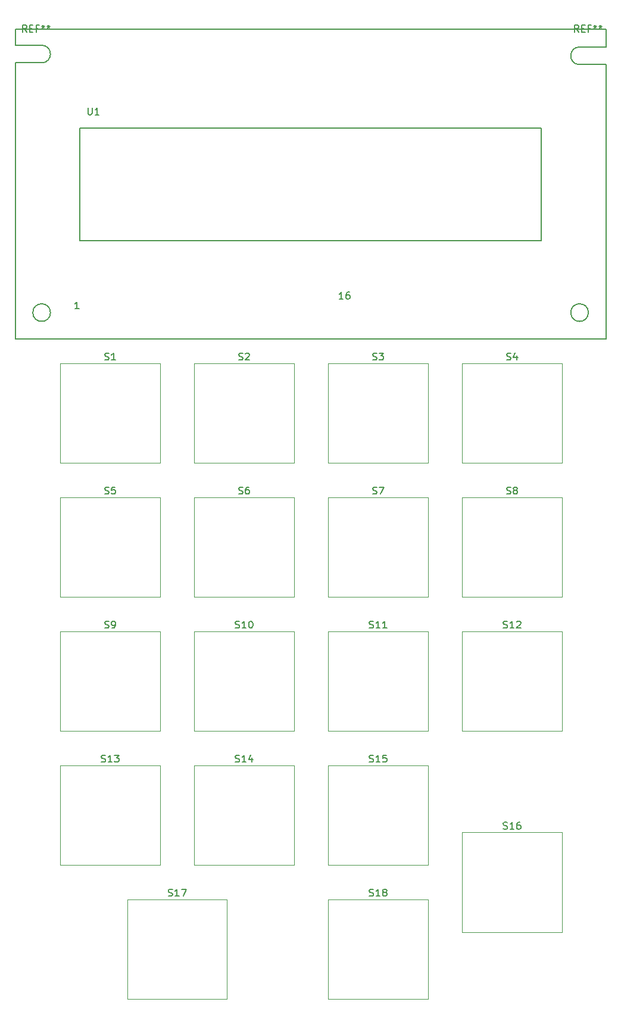
<source format=gbr>
%TF.GenerationSoftware,KiCad,Pcbnew,9.0.2*%
%TF.CreationDate,2025-05-15T02:22:54+10:00*%
%TF.ProjectId,Calculator,43616c63-756c-4617-946f-722e6b696361,rev?*%
%TF.SameCoordinates,Original*%
%TF.FileFunction,Legend,Top*%
%TF.FilePolarity,Positive*%
%FSLAX46Y46*%
G04 Gerber Fmt 4.6, Leading zero omitted, Abs format (unit mm)*
G04 Created by KiCad (PCBNEW 9.0.2) date 2025-05-15 02:22:54*
%MOMM*%
%LPD*%
G01*
G04 APERTURE LIST*
%ADD10C,0.150000*%
%ADD11C,0.120000*%
%ADD12C,0.127000*%
G04 APERTURE END LIST*
D10*
X62666666Y-32304819D02*
X62333333Y-31828628D01*
X62095238Y-32304819D02*
X62095238Y-31304819D01*
X62095238Y-31304819D02*
X62476190Y-31304819D01*
X62476190Y-31304819D02*
X62571428Y-31352438D01*
X62571428Y-31352438D02*
X62619047Y-31400057D01*
X62619047Y-31400057D02*
X62666666Y-31495295D01*
X62666666Y-31495295D02*
X62666666Y-31638152D01*
X62666666Y-31638152D02*
X62619047Y-31733390D01*
X62619047Y-31733390D02*
X62571428Y-31781009D01*
X62571428Y-31781009D02*
X62476190Y-31828628D01*
X62476190Y-31828628D02*
X62095238Y-31828628D01*
X63095238Y-31781009D02*
X63428571Y-31781009D01*
X63571428Y-32304819D02*
X63095238Y-32304819D01*
X63095238Y-32304819D02*
X63095238Y-31304819D01*
X63095238Y-31304819D02*
X63571428Y-31304819D01*
X64333333Y-31781009D02*
X64000000Y-31781009D01*
X64000000Y-32304819D02*
X64000000Y-31304819D01*
X64000000Y-31304819D02*
X64476190Y-31304819D01*
X65000000Y-31304819D02*
X65000000Y-31542914D01*
X64761905Y-31447676D02*
X65000000Y-31542914D01*
X65000000Y-31542914D02*
X65238095Y-31447676D01*
X64857143Y-31733390D02*
X65000000Y-31542914D01*
X65000000Y-31542914D02*
X65142857Y-31733390D01*
X65761905Y-31304819D02*
X65761905Y-31542914D01*
X65523810Y-31447676D02*
X65761905Y-31542914D01*
X65761905Y-31542914D02*
X66000000Y-31447676D01*
X65619048Y-31733390D02*
X65761905Y-31542914D01*
X65761905Y-31542914D02*
X65904762Y-31733390D01*
X141166666Y-32304819D02*
X140833333Y-31828628D01*
X140595238Y-32304819D02*
X140595238Y-31304819D01*
X140595238Y-31304819D02*
X140976190Y-31304819D01*
X140976190Y-31304819D02*
X141071428Y-31352438D01*
X141071428Y-31352438D02*
X141119047Y-31400057D01*
X141119047Y-31400057D02*
X141166666Y-31495295D01*
X141166666Y-31495295D02*
X141166666Y-31638152D01*
X141166666Y-31638152D02*
X141119047Y-31733390D01*
X141119047Y-31733390D02*
X141071428Y-31781009D01*
X141071428Y-31781009D02*
X140976190Y-31828628D01*
X140976190Y-31828628D02*
X140595238Y-31828628D01*
X141595238Y-31781009D02*
X141928571Y-31781009D01*
X142071428Y-32304819D02*
X141595238Y-32304819D01*
X141595238Y-32304819D02*
X141595238Y-31304819D01*
X141595238Y-31304819D02*
X142071428Y-31304819D01*
X142833333Y-31781009D02*
X142500000Y-31781009D01*
X142500000Y-32304819D02*
X142500000Y-31304819D01*
X142500000Y-31304819D02*
X142976190Y-31304819D01*
X143500000Y-31304819D02*
X143500000Y-31542914D01*
X143261905Y-31447676D02*
X143500000Y-31542914D01*
X143500000Y-31542914D02*
X143738095Y-31447676D01*
X143357143Y-31733390D02*
X143500000Y-31542914D01*
X143500000Y-31542914D02*
X143642857Y-31733390D01*
X144261905Y-31304819D02*
X144261905Y-31542914D01*
X144023810Y-31447676D02*
X144261905Y-31542914D01*
X144261905Y-31542914D02*
X144500000Y-31447676D01*
X144119048Y-31733390D02*
X144261905Y-31542914D01*
X144261905Y-31542914D02*
X144404762Y-31733390D01*
X82824405Y-155075950D02*
X82967262Y-155123569D01*
X82967262Y-155123569D02*
X83205357Y-155123569D01*
X83205357Y-155123569D02*
X83300595Y-155075950D01*
X83300595Y-155075950D02*
X83348214Y-155028330D01*
X83348214Y-155028330D02*
X83395833Y-154933092D01*
X83395833Y-154933092D02*
X83395833Y-154837854D01*
X83395833Y-154837854D02*
X83348214Y-154742616D01*
X83348214Y-154742616D02*
X83300595Y-154694997D01*
X83300595Y-154694997D02*
X83205357Y-154647378D01*
X83205357Y-154647378D02*
X83014881Y-154599759D01*
X83014881Y-154599759D02*
X82919643Y-154552140D01*
X82919643Y-154552140D02*
X82872024Y-154504521D01*
X82872024Y-154504521D02*
X82824405Y-154409283D01*
X82824405Y-154409283D02*
X82824405Y-154314045D01*
X82824405Y-154314045D02*
X82872024Y-154218807D01*
X82872024Y-154218807D02*
X82919643Y-154171188D01*
X82919643Y-154171188D02*
X83014881Y-154123569D01*
X83014881Y-154123569D02*
X83252976Y-154123569D01*
X83252976Y-154123569D02*
X83395833Y-154171188D01*
X84348214Y-155123569D02*
X83776786Y-155123569D01*
X84062500Y-155123569D02*
X84062500Y-154123569D01*
X84062500Y-154123569D02*
X83967262Y-154266426D01*
X83967262Y-154266426D02*
X83872024Y-154361664D01*
X83872024Y-154361664D02*
X83776786Y-154409283D01*
X84681548Y-154123569D02*
X85348214Y-154123569D01*
X85348214Y-154123569D02*
X84919643Y-155123569D01*
X130449405Y-145550950D02*
X130592262Y-145598569D01*
X130592262Y-145598569D02*
X130830357Y-145598569D01*
X130830357Y-145598569D02*
X130925595Y-145550950D01*
X130925595Y-145550950D02*
X130973214Y-145503330D01*
X130973214Y-145503330D02*
X131020833Y-145408092D01*
X131020833Y-145408092D02*
X131020833Y-145312854D01*
X131020833Y-145312854D02*
X130973214Y-145217616D01*
X130973214Y-145217616D02*
X130925595Y-145169997D01*
X130925595Y-145169997D02*
X130830357Y-145122378D01*
X130830357Y-145122378D02*
X130639881Y-145074759D01*
X130639881Y-145074759D02*
X130544643Y-145027140D01*
X130544643Y-145027140D02*
X130497024Y-144979521D01*
X130497024Y-144979521D02*
X130449405Y-144884283D01*
X130449405Y-144884283D02*
X130449405Y-144789045D01*
X130449405Y-144789045D02*
X130497024Y-144693807D01*
X130497024Y-144693807D02*
X130544643Y-144646188D01*
X130544643Y-144646188D02*
X130639881Y-144598569D01*
X130639881Y-144598569D02*
X130877976Y-144598569D01*
X130877976Y-144598569D02*
X131020833Y-144646188D01*
X131973214Y-145598569D02*
X131401786Y-145598569D01*
X131687500Y-145598569D02*
X131687500Y-144598569D01*
X131687500Y-144598569D02*
X131592262Y-144741426D01*
X131592262Y-144741426D02*
X131497024Y-144836664D01*
X131497024Y-144836664D02*
X131401786Y-144884283D01*
X132830357Y-144598569D02*
X132639881Y-144598569D01*
X132639881Y-144598569D02*
X132544643Y-144646188D01*
X132544643Y-144646188D02*
X132497024Y-144693807D01*
X132497024Y-144693807D02*
X132401786Y-144836664D01*
X132401786Y-144836664D02*
X132354167Y-145027140D01*
X132354167Y-145027140D02*
X132354167Y-145408092D01*
X132354167Y-145408092D02*
X132401786Y-145503330D01*
X132401786Y-145503330D02*
X132449405Y-145550950D01*
X132449405Y-145550950D02*
X132544643Y-145598569D01*
X132544643Y-145598569D02*
X132735119Y-145598569D01*
X132735119Y-145598569D02*
X132830357Y-145550950D01*
X132830357Y-145550950D02*
X132877976Y-145503330D01*
X132877976Y-145503330D02*
X132925595Y-145408092D01*
X132925595Y-145408092D02*
X132925595Y-145169997D01*
X132925595Y-145169997D02*
X132877976Y-145074759D01*
X132877976Y-145074759D02*
X132830357Y-145027140D01*
X132830357Y-145027140D02*
X132735119Y-144979521D01*
X132735119Y-144979521D02*
X132544643Y-144979521D01*
X132544643Y-144979521D02*
X132449405Y-145027140D01*
X132449405Y-145027140D02*
X132401786Y-145074759D01*
X132401786Y-145074759D02*
X132354167Y-145169997D01*
X73775595Y-78875950D02*
X73918452Y-78923569D01*
X73918452Y-78923569D02*
X74156547Y-78923569D01*
X74156547Y-78923569D02*
X74251785Y-78875950D01*
X74251785Y-78875950D02*
X74299404Y-78828330D01*
X74299404Y-78828330D02*
X74347023Y-78733092D01*
X74347023Y-78733092D02*
X74347023Y-78637854D01*
X74347023Y-78637854D02*
X74299404Y-78542616D01*
X74299404Y-78542616D02*
X74251785Y-78494997D01*
X74251785Y-78494997D02*
X74156547Y-78447378D01*
X74156547Y-78447378D02*
X73966071Y-78399759D01*
X73966071Y-78399759D02*
X73870833Y-78352140D01*
X73870833Y-78352140D02*
X73823214Y-78304521D01*
X73823214Y-78304521D02*
X73775595Y-78209283D01*
X73775595Y-78209283D02*
X73775595Y-78114045D01*
X73775595Y-78114045D02*
X73823214Y-78018807D01*
X73823214Y-78018807D02*
X73870833Y-77971188D01*
X73870833Y-77971188D02*
X73966071Y-77923569D01*
X73966071Y-77923569D02*
X74204166Y-77923569D01*
X74204166Y-77923569D02*
X74347023Y-77971188D01*
X75299404Y-78923569D02*
X74727976Y-78923569D01*
X75013690Y-78923569D02*
X75013690Y-77923569D01*
X75013690Y-77923569D02*
X74918452Y-78066426D01*
X74918452Y-78066426D02*
X74823214Y-78161664D01*
X74823214Y-78161664D02*
X74727976Y-78209283D01*
X71394345Y-43061069D02*
X71394345Y-43870592D01*
X71394345Y-43870592D02*
X71441964Y-43965830D01*
X71441964Y-43965830D02*
X71489583Y-44013450D01*
X71489583Y-44013450D02*
X71584821Y-44061069D01*
X71584821Y-44061069D02*
X71775297Y-44061069D01*
X71775297Y-44061069D02*
X71870535Y-44013450D01*
X71870535Y-44013450D02*
X71918154Y-43965830D01*
X71918154Y-43965830D02*
X71965773Y-43870592D01*
X71965773Y-43870592D02*
X71965773Y-43061069D01*
X72965773Y-44061069D02*
X72394345Y-44061069D01*
X72680059Y-44061069D02*
X72680059Y-43061069D01*
X72680059Y-43061069D02*
X72584821Y-43203926D01*
X72584821Y-43203926D02*
X72489583Y-43299164D01*
X72489583Y-43299164D02*
X72394345Y-43346783D01*
X107684523Y-70254819D02*
X107113095Y-70254819D01*
X107398809Y-70254819D02*
X107398809Y-69254819D01*
X107398809Y-69254819D02*
X107303571Y-69397676D01*
X107303571Y-69397676D02*
X107208333Y-69492914D01*
X107208333Y-69492914D02*
X107113095Y-69540533D01*
X108541666Y-69254819D02*
X108351190Y-69254819D01*
X108351190Y-69254819D02*
X108255952Y-69302438D01*
X108255952Y-69302438D02*
X108208333Y-69350057D01*
X108208333Y-69350057D02*
X108113095Y-69492914D01*
X108113095Y-69492914D02*
X108065476Y-69683390D01*
X108065476Y-69683390D02*
X108065476Y-70064342D01*
X108065476Y-70064342D02*
X108113095Y-70159580D01*
X108113095Y-70159580D02*
X108160714Y-70207200D01*
X108160714Y-70207200D02*
X108255952Y-70254819D01*
X108255952Y-70254819D02*
X108446428Y-70254819D01*
X108446428Y-70254819D02*
X108541666Y-70207200D01*
X108541666Y-70207200D02*
X108589285Y-70159580D01*
X108589285Y-70159580D02*
X108636904Y-70064342D01*
X108636904Y-70064342D02*
X108636904Y-69826247D01*
X108636904Y-69826247D02*
X108589285Y-69731009D01*
X108589285Y-69731009D02*
X108541666Y-69683390D01*
X108541666Y-69683390D02*
X108446428Y-69635771D01*
X108446428Y-69635771D02*
X108255952Y-69635771D01*
X108255952Y-69635771D02*
X108160714Y-69683390D01*
X108160714Y-69683390D02*
X108113095Y-69731009D01*
X108113095Y-69731009D02*
X108065476Y-69826247D01*
X70119464Y-71636069D02*
X69548036Y-71636069D01*
X69833750Y-71636069D02*
X69833750Y-70636069D01*
X69833750Y-70636069D02*
X69738512Y-70778926D01*
X69738512Y-70778926D02*
X69643274Y-70874164D01*
X69643274Y-70874164D02*
X69548036Y-70921783D01*
X111399405Y-155075950D02*
X111542262Y-155123569D01*
X111542262Y-155123569D02*
X111780357Y-155123569D01*
X111780357Y-155123569D02*
X111875595Y-155075950D01*
X111875595Y-155075950D02*
X111923214Y-155028330D01*
X111923214Y-155028330D02*
X111970833Y-154933092D01*
X111970833Y-154933092D02*
X111970833Y-154837854D01*
X111970833Y-154837854D02*
X111923214Y-154742616D01*
X111923214Y-154742616D02*
X111875595Y-154694997D01*
X111875595Y-154694997D02*
X111780357Y-154647378D01*
X111780357Y-154647378D02*
X111589881Y-154599759D01*
X111589881Y-154599759D02*
X111494643Y-154552140D01*
X111494643Y-154552140D02*
X111447024Y-154504521D01*
X111447024Y-154504521D02*
X111399405Y-154409283D01*
X111399405Y-154409283D02*
X111399405Y-154314045D01*
X111399405Y-154314045D02*
X111447024Y-154218807D01*
X111447024Y-154218807D02*
X111494643Y-154171188D01*
X111494643Y-154171188D02*
X111589881Y-154123569D01*
X111589881Y-154123569D02*
X111827976Y-154123569D01*
X111827976Y-154123569D02*
X111970833Y-154171188D01*
X112923214Y-155123569D02*
X112351786Y-155123569D01*
X112637500Y-155123569D02*
X112637500Y-154123569D01*
X112637500Y-154123569D02*
X112542262Y-154266426D01*
X112542262Y-154266426D02*
X112447024Y-154361664D01*
X112447024Y-154361664D02*
X112351786Y-154409283D01*
X113494643Y-154552140D02*
X113399405Y-154504521D01*
X113399405Y-154504521D02*
X113351786Y-154456902D01*
X113351786Y-154456902D02*
X113304167Y-154361664D01*
X113304167Y-154361664D02*
X113304167Y-154314045D01*
X113304167Y-154314045D02*
X113351786Y-154218807D01*
X113351786Y-154218807D02*
X113399405Y-154171188D01*
X113399405Y-154171188D02*
X113494643Y-154123569D01*
X113494643Y-154123569D02*
X113685119Y-154123569D01*
X113685119Y-154123569D02*
X113780357Y-154171188D01*
X113780357Y-154171188D02*
X113827976Y-154218807D01*
X113827976Y-154218807D02*
X113875595Y-154314045D01*
X113875595Y-154314045D02*
X113875595Y-154361664D01*
X113875595Y-154361664D02*
X113827976Y-154456902D01*
X113827976Y-154456902D02*
X113780357Y-154504521D01*
X113780357Y-154504521D02*
X113685119Y-154552140D01*
X113685119Y-154552140D02*
X113494643Y-154552140D01*
X113494643Y-154552140D02*
X113399405Y-154599759D01*
X113399405Y-154599759D02*
X113351786Y-154647378D01*
X113351786Y-154647378D02*
X113304167Y-154742616D01*
X113304167Y-154742616D02*
X113304167Y-154933092D01*
X113304167Y-154933092D02*
X113351786Y-155028330D01*
X113351786Y-155028330D02*
X113399405Y-155075950D01*
X113399405Y-155075950D02*
X113494643Y-155123569D01*
X113494643Y-155123569D02*
X113685119Y-155123569D01*
X113685119Y-155123569D02*
X113780357Y-155075950D01*
X113780357Y-155075950D02*
X113827976Y-155028330D01*
X113827976Y-155028330D02*
X113875595Y-154933092D01*
X113875595Y-154933092D02*
X113875595Y-154742616D01*
X113875595Y-154742616D02*
X113827976Y-154647378D01*
X113827976Y-154647378D02*
X113780357Y-154599759D01*
X113780357Y-154599759D02*
X113685119Y-154552140D01*
X111399405Y-136025950D02*
X111542262Y-136073569D01*
X111542262Y-136073569D02*
X111780357Y-136073569D01*
X111780357Y-136073569D02*
X111875595Y-136025950D01*
X111875595Y-136025950D02*
X111923214Y-135978330D01*
X111923214Y-135978330D02*
X111970833Y-135883092D01*
X111970833Y-135883092D02*
X111970833Y-135787854D01*
X111970833Y-135787854D02*
X111923214Y-135692616D01*
X111923214Y-135692616D02*
X111875595Y-135644997D01*
X111875595Y-135644997D02*
X111780357Y-135597378D01*
X111780357Y-135597378D02*
X111589881Y-135549759D01*
X111589881Y-135549759D02*
X111494643Y-135502140D01*
X111494643Y-135502140D02*
X111447024Y-135454521D01*
X111447024Y-135454521D02*
X111399405Y-135359283D01*
X111399405Y-135359283D02*
X111399405Y-135264045D01*
X111399405Y-135264045D02*
X111447024Y-135168807D01*
X111447024Y-135168807D02*
X111494643Y-135121188D01*
X111494643Y-135121188D02*
X111589881Y-135073569D01*
X111589881Y-135073569D02*
X111827976Y-135073569D01*
X111827976Y-135073569D02*
X111970833Y-135121188D01*
X112923214Y-136073569D02*
X112351786Y-136073569D01*
X112637500Y-136073569D02*
X112637500Y-135073569D01*
X112637500Y-135073569D02*
X112542262Y-135216426D01*
X112542262Y-135216426D02*
X112447024Y-135311664D01*
X112447024Y-135311664D02*
X112351786Y-135359283D01*
X113827976Y-135073569D02*
X113351786Y-135073569D01*
X113351786Y-135073569D02*
X113304167Y-135549759D01*
X113304167Y-135549759D02*
X113351786Y-135502140D01*
X113351786Y-135502140D02*
X113447024Y-135454521D01*
X113447024Y-135454521D02*
X113685119Y-135454521D01*
X113685119Y-135454521D02*
X113780357Y-135502140D01*
X113780357Y-135502140D02*
X113827976Y-135549759D01*
X113827976Y-135549759D02*
X113875595Y-135644997D01*
X113875595Y-135644997D02*
X113875595Y-135883092D01*
X113875595Y-135883092D02*
X113827976Y-135978330D01*
X113827976Y-135978330D02*
X113780357Y-136025950D01*
X113780357Y-136025950D02*
X113685119Y-136073569D01*
X113685119Y-136073569D02*
X113447024Y-136073569D01*
X113447024Y-136073569D02*
X113351786Y-136025950D01*
X113351786Y-136025950D02*
X113304167Y-135978330D01*
X92349405Y-136025950D02*
X92492262Y-136073569D01*
X92492262Y-136073569D02*
X92730357Y-136073569D01*
X92730357Y-136073569D02*
X92825595Y-136025950D01*
X92825595Y-136025950D02*
X92873214Y-135978330D01*
X92873214Y-135978330D02*
X92920833Y-135883092D01*
X92920833Y-135883092D02*
X92920833Y-135787854D01*
X92920833Y-135787854D02*
X92873214Y-135692616D01*
X92873214Y-135692616D02*
X92825595Y-135644997D01*
X92825595Y-135644997D02*
X92730357Y-135597378D01*
X92730357Y-135597378D02*
X92539881Y-135549759D01*
X92539881Y-135549759D02*
X92444643Y-135502140D01*
X92444643Y-135502140D02*
X92397024Y-135454521D01*
X92397024Y-135454521D02*
X92349405Y-135359283D01*
X92349405Y-135359283D02*
X92349405Y-135264045D01*
X92349405Y-135264045D02*
X92397024Y-135168807D01*
X92397024Y-135168807D02*
X92444643Y-135121188D01*
X92444643Y-135121188D02*
X92539881Y-135073569D01*
X92539881Y-135073569D02*
X92777976Y-135073569D01*
X92777976Y-135073569D02*
X92920833Y-135121188D01*
X93873214Y-136073569D02*
X93301786Y-136073569D01*
X93587500Y-136073569D02*
X93587500Y-135073569D01*
X93587500Y-135073569D02*
X93492262Y-135216426D01*
X93492262Y-135216426D02*
X93397024Y-135311664D01*
X93397024Y-135311664D02*
X93301786Y-135359283D01*
X94730357Y-135406902D02*
X94730357Y-136073569D01*
X94492262Y-135025950D02*
X94254167Y-135740235D01*
X94254167Y-135740235D02*
X94873214Y-135740235D01*
X73299405Y-136025950D02*
X73442262Y-136073569D01*
X73442262Y-136073569D02*
X73680357Y-136073569D01*
X73680357Y-136073569D02*
X73775595Y-136025950D01*
X73775595Y-136025950D02*
X73823214Y-135978330D01*
X73823214Y-135978330D02*
X73870833Y-135883092D01*
X73870833Y-135883092D02*
X73870833Y-135787854D01*
X73870833Y-135787854D02*
X73823214Y-135692616D01*
X73823214Y-135692616D02*
X73775595Y-135644997D01*
X73775595Y-135644997D02*
X73680357Y-135597378D01*
X73680357Y-135597378D02*
X73489881Y-135549759D01*
X73489881Y-135549759D02*
X73394643Y-135502140D01*
X73394643Y-135502140D02*
X73347024Y-135454521D01*
X73347024Y-135454521D02*
X73299405Y-135359283D01*
X73299405Y-135359283D02*
X73299405Y-135264045D01*
X73299405Y-135264045D02*
X73347024Y-135168807D01*
X73347024Y-135168807D02*
X73394643Y-135121188D01*
X73394643Y-135121188D02*
X73489881Y-135073569D01*
X73489881Y-135073569D02*
X73727976Y-135073569D01*
X73727976Y-135073569D02*
X73870833Y-135121188D01*
X74823214Y-136073569D02*
X74251786Y-136073569D01*
X74537500Y-136073569D02*
X74537500Y-135073569D01*
X74537500Y-135073569D02*
X74442262Y-135216426D01*
X74442262Y-135216426D02*
X74347024Y-135311664D01*
X74347024Y-135311664D02*
X74251786Y-135359283D01*
X75156548Y-135073569D02*
X75775595Y-135073569D01*
X75775595Y-135073569D02*
X75442262Y-135454521D01*
X75442262Y-135454521D02*
X75585119Y-135454521D01*
X75585119Y-135454521D02*
X75680357Y-135502140D01*
X75680357Y-135502140D02*
X75727976Y-135549759D01*
X75727976Y-135549759D02*
X75775595Y-135644997D01*
X75775595Y-135644997D02*
X75775595Y-135883092D01*
X75775595Y-135883092D02*
X75727976Y-135978330D01*
X75727976Y-135978330D02*
X75680357Y-136025950D01*
X75680357Y-136025950D02*
X75585119Y-136073569D01*
X75585119Y-136073569D02*
X75299405Y-136073569D01*
X75299405Y-136073569D02*
X75204167Y-136025950D01*
X75204167Y-136025950D02*
X75156548Y-135978330D01*
X130449405Y-116975950D02*
X130592262Y-117023569D01*
X130592262Y-117023569D02*
X130830357Y-117023569D01*
X130830357Y-117023569D02*
X130925595Y-116975950D01*
X130925595Y-116975950D02*
X130973214Y-116928330D01*
X130973214Y-116928330D02*
X131020833Y-116833092D01*
X131020833Y-116833092D02*
X131020833Y-116737854D01*
X131020833Y-116737854D02*
X130973214Y-116642616D01*
X130973214Y-116642616D02*
X130925595Y-116594997D01*
X130925595Y-116594997D02*
X130830357Y-116547378D01*
X130830357Y-116547378D02*
X130639881Y-116499759D01*
X130639881Y-116499759D02*
X130544643Y-116452140D01*
X130544643Y-116452140D02*
X130497024Y-116404521D01*
X130497024Y-116404521D02*
X130449405Y-116309283D01*
X130449405Y-116309283D02*
X130449405Y-116214045D01*
X130449405Y-116214045D02*
X130497024Y-116118807D01*
X130497024Y-116118807D02*
X130544643Y-116071188D01*
X130544643Y-116071188D02*
X130639881Y-116023569D01*
X130639881Y-116023569D02*
X130877976Y-116023569D01*
X130877976Y-116023569D02*
X131020833Y-116071188D01*
X131973214Y-117023569D02*
X131401786Y-117023569D01*
X131687500Y-117023569D02*
X131687500Y-116023569D01*
X131687500Y-116023569D02*
X131592262Y-116166426D01*
X131592262Y-116166426D02*
X131497024Y-116261664D01*
X131497024Y-116261664D02*
X131401786Y-116309283D01*
X132354167Y-116118807D02*
X132401786Y-116071188D01*
X132401786Y-116071188D02*
X132497024Y-116023569D01*
X132497024Y-116023569D02*
X132735119Y-116023569D01*
X132735119Y-116023569D02*
X132830357Y-116071188D01*
X132830357Y-116071188D02*
X132877976Y-116118807D01*
X132877976Y-116118807D02*
X132925595Y-116214045D01*
X132925595Y-116214045D02*
X132925595Y-116309283D01*
X132925595Y-116309283D02*
X132877976Y-116452140D01*
X132877976Y-116452140D02*
X132306548Y-117023569D01*
X132306548Y-117023569D02*
X132925595Y-117023569D01*
X111399405Y-116975950D02*
X111542262Y-117023569D01*
X111542262Y-117023569D02*
X111780357Y-117023569D01*
X111780357Y-117023569D02*
X111875595Y-116975950D01*
X111875595Y-116975950D02*
X111923214Y-116928330D01*
X111923214Y-116928330D02*
X111970833Y-116833092D01*
X111970833Y-116833092D02*
X111970833Y-116737854D01*
X111970833Y-116737854D02*
X111923214Y-116642616D01*
X111923214Y-116642616D02*
X111875595Y-116594997D01*
X111875595Y-116594997D02*
X111780357Y-116547378D01*
X111780357Y-116547378D02*
X111589881Y-116499759D01*
X111589881Y-116499759D02*
X111494643Y-116452140D01*
X111494643Y-116452140D02*
X111447024Y-116404521D01*
X111447024Y-116404521D02*
X111399405Y-116309283D01*
X111399405Y-116309283D02*
X111399405Y-116214045D01*
X111399405Y-116214045D02*
X111447024Y-116118807D01*
X111447024Y-116118807D02*
X111494643Y-116071188D01*
X111494643Y-116071188D02*
X111589881Y-116023569D01*
X111589881Y-116023569D02*
X111827976Y-116023569D01*
X111827976Y-116023569D02*
X111970833Y-116071188D01*
X112923214Y-117023569D02*
X112351786Y-117023569D01*
X112637500Y-117023569D02*
X112637500Y-116023569D01*
X112637500Y-116023569D02*
X112542262Y-116166426D01*
X112542262Y-116166426D02*
X112447024Y-116261664D01*
X112447024Y-116261664D02*
X112351786Y-116309283D01*
X113875595Y-117023569D02*
X113304167Y-117023569D01*
X113589881Y-117023569D02*
X113589881Y-116023569D01*
X113589881Y-116023569D02*
X113494643Y-116166426D01*
X113494643Y-116166426D02*
X113399405Y-116261664D01*
X113399405Y-116261664D02*
X113304167Y-116309283D01*
X92349405Y-116975950D02*
X92492262Y-117023569D01*
X92492262Y-117023569D02*
X92730357Y-117023569D01*
X92730357Y-117023569D02*
X92825595Y-116975950D01*
X92825595Y-116975950D02*
X92873214Y-116928330D01*
X92873214Y-116928330D02*
X92920833Y-116833092D01*
X92920833Y-116833092D02*
X92920833Y-116737854D01*
X92920833Y-116737854D02*
X92873214Y-116642616D01*
X92873214Y-116642616D02*
X92825595Y-116594997D01*
X92825595Y-116594997D02*
X92730357Y-116547378D01*
X92730357Y-116547378D02*
X92539881Y-116499759D01*
X92539881Y-116499759D02*
X92444643Y-116452140D01*
X92444643Y-116452140D02*
X92397024Y-116404521D01*
X92397024Y-116404521D02*
X92349405Y-116309283D01*
X92349405Y-116309283D02*
X92349405Y-116214045D01*
X92349405Y-116214045D02*
X92397024Y-116118807D01*
X92397024Y-116118807D02*
X92444643Y-116071188D01*
X92444643Y-116071188D02*
X92539881Y-116023569D01*
X92539881Y-116023569D02*
X92777976Y-116023569D01*
X92777976Y-116023569D02*
X92920833Y-116071188D01*
X93873214Y-117023569D02*
X93301786Y-117023569D01*
X93587500Y-117023569D02*
X93587500Y-116023569D01*
X93587500Y-116023569D02*
X93492262Y-116166426D01*
X93492262Y-116166426D02*
X93397024Y-116261664D01*
X93397024Y-116261664D02*
X93301786Y-116309283D01*
X94492262Y-116023569D02*
X94587500Y-116023569D01*
X94587500Y-116023569D02*
X94682738Y-116071188D01*
X94682738Y-116071188D02*
X94730357Y-116118807D01*
X94730357Y-116118807D02*
X94777976Y-116214045D01*
X94777976Y-116214045D02*
X94825595Y-116404521D01*
X94825595Y-116404521D02*
X94825595Y-116642616D01*
X94825595Y-116642616D02*
X94777976Y-116833092D01*
X94777976Y-116833092D02*
X94730357Y-116928330D01*
X94730357Y-116928330D02*
X94682738Y-116975950D01*
X94682738Y-116975950D02*
X94587500Y-117023569D01*
X94587500Y-117023569D02*
X94492262Y-117023569D01*
X94492262Y-117023569D02*
X94397024Y-116975950D01*
X94397024Y-116975950D02*
X94349405Y-116928330D01*
X94349405Y-116928330D02*
X94301786Y-116833092D01*
X94301786Y-116833092D02*
X94254167Y-116642616D01*
X94254167Y-116642616D02*
X94254167Y-116404521D01*
X94254167Y-116404521D02*
X94301786Y-116214045D01*
X94301786Y-116214045D02*
X94349405Y-116118807D01*
X94349405Y-116118807D02*
X94397024Y-116071188D01*
X94397024Y-116071188D02*
X94492262Y-116023569D01*
X73775595Y-116975950D02*
X73918452Y-117023569D01*
X73918452Y-117023569D02*
X74156547Y-117023569D01*
X74156547Y-117023569D02*
X74251785Y-116975950D01*
X74251785Y-116975950D02*
X74299404Y-116928330D01*
X74299404Y-116928330D02*
X74347023Y-116833092D01*
X74347023Y-116833092D02*
X74347023Y-116737854D01*
X74347023Y-116737854D02*
X74299404Y-116642616D01*
X74299404Y-116642616D02*
X74251785Y-116594997D01*
X74251785Y-116594997D02*
X74156547Y-116547378D01*
X74156547Y-116547378D02*
X73966071Y-116499759D01*
X73966071Y-116499759D02*
X73870833Y-116452140D01*
X73870833Y-116452140D02*
X73823214Y-116404521D01*
X73823214Y-116404521D02*
X73775595Y-116309283D01*
X73775595Y-116309283D02*
X73775595Y-116214045D01*
X73775595Y-116214045D02*
X73823214Y-116118807D01*
X73823214Y-116118807D02*
X73870833Y-116071188D01*
X73870833Y-116071188D02*
X73966071Y-116023569D01*
X73966071Y-116023569D02*
X74204166Y-116023569D01*
X74204166Y-116023569D02*
X74347023Y-116071188D01*
X74823214Y-117023569D02*
X75013690Y-117023569D01*
X75013690Y-117023569D02*
X75108928Y-116975950D01*
X75108928Y-116975950D02*
X75156547Y-116928330D01*
X75156547Y-116928330D02*
X75251785Y-116785473D01*
X75251785Y-116785473D02*
X75299404Y-116594997D01*
X75299404Y-116594997D02*
X75299404Y-116214045D01*
X75299404Y-116214045D02*
X75251785Y-116118807D01*
X75251785Y-116118807D02*
X75204166Y-116071188D01*
X75204166Y-116071188D02*
X75108928Y-116023569D01*
X75108928Y-116023569D02*
X74918452Y-116023569D01*
X74918452Y-116023569D02*
X74823214Y-116071188D01*
X74823214Y-116071188D02*
X74775595Y-116118807D01*
X74775595Y-116118807D02*
X74727976Y-116214045D01*
X74727976Y-116214045D02*
X74727976Y-116452140D01*
X74727976Y-116452140D02*
X74775595Y-116547378D01*
X74775595Y-116547378D02*
X74823214Y-116594997D01*
X74823214Y-116594997D02*
X74918452Y-116642616D01*
X74918452Y-116642616D02*
X75108928Y-116642616D01*
X75108928Y-116642616D02*
X75204166Y-116594997D01*
X75204166Y-116594997D02*
X75251785Y-116547378D01*
X75251785Y-116547378D02*
X75299404Y-116452140D01*
X130925595Y-97925950D02*
X131068452Y-97973569D01*
X131068452Y-97973569D02*
X131306547Y-97973569D01*
X131306547Y-97973569D02*
X131401785Y-97925950D01*
X131401785Y-97925950D02*
X131449404Y-97878330D01*
X131449404Y-97878330D02*
X131497023Y-97783092D01*
X131497023Y-97783092D02*
X131497023Y-97687854D01*
X131497023Y-97687854D02*
X131449404Y-97592616D01*
X131449404Y-97592616D02*
X131401785Y-97544997D01*
X131401785Y-97544997D02*
X131306547Y-97497378D01*
X131306547Y-97497378D02*
X131116071Y-97449759D01*
X131116071Y-97449759D02*
X131020833Y-97402140D01*
X131020833Y-97402140D02*
X130973214Y-97354521D01*
X130973214Y-97354521D02*
X130925595Y-97259283D01*
X130925595Y-97259283D02*
X130925595Y-97164045D01*
X130925595Y-97164045D02*
X130973214Y-97068807D01*
X130973214Y-97068807D02*
X131020833Y-97021188D01*
X131020833Y-97021188D02*
X131116071Y-96973569D01*
X131116071Y-96973569D02*
X131354166Y-96973569D01*
X131354166Y-96973569D02*
X131497023Y-97021188D01*
X132068452Y-97402140D02*
X131973214Y-97354521D01*
X131973214Y-97354521D02*
X131925595Y-97306902D01*
X131925595Y-97306902D02*
X131877976Y-97211664D01*
X131877976Y-97211664D02*
X131877976Y-97164045D01*
X131877976Y-97164045D02*
X131925595Y-97068807D01*
X131925595Y-97068807D02*
X131973214Y-97021188D01*
X131973214Y-97021188D02*
X132068452Y-96973569D01*
X132068452Y-96973569D02*
X132258928Y-96973569D01*
X132258928Y-96973569D02*
X132354166Y-97021188D01*
X132354166Y-97021188D02*
X132401785Y-97068807D01*
X132401785Y-97068807D02*
X132449404Y-97164045D01*
X132449404Y-97164045D02*
X132449404Y-97211664D01*
X132449404Y-97211664D02*
X132401785Y-97306902D01*
X132401785Y-97306902D02*
X132354166Y-97354521D01*
X132354166Y-97354521D02*
X132258928Y-97402140D01*
X132258928Y-97402140D02*
X132068452Y-97402140D01*
X132068452Y-97402140D02*
X131973214Y-97449759D01*
X131973214Y-97449759D02*
X131925595Y-97497378D01*
X131925595Y-97497378D02*
X131877976Y-97592616D01*
X131877976Y-97592616D02*
X131877976Y-97783092D01*
X131877976Y-97783092D02*
X131925595Y-97878330D01*
X131925595Y-97878330D02*
X131973214Y-97925950D01*
X131973214Y-97925950D02*
X132068452Y-97973569D01*
X132068452Y-97973569D02*
X132258928Y-97973569D01*
X132258928Y-97973569D02*
X132354166Y-97925950D01*
X132354166Y-97925950D02*
X132401785Y-97878330D01*
X132401785Y-97878330D02*
X132449404Y-97783092D01*
X132449404Y-97783092D02*
X132449404Y-97592616D01*
X132449404Y-97592616D02*
X132401785Y-97497378D01*
X132401785Y-97497378D02*
X132354166Y-97449759D01*
X132354166Y-97449759D02*
X132258928Y-97402140D01*
X111875595Y-97925950D02*
X112018452Y-97973569D01*
X112018452Y-97973569D02*
X112256547Y-97973569D01*
X112256547Y-97973569D02*
X112351785Y-97925950D01*
X112351785Y-97925950D02*
X112399404Y-97878330D01*
X112399404Y-97878330D02*
X112447023Y-97783092D01*
X112447023Y-97783092D02*
X112447023Y-97687854D01*
X112447023Y-97687854D02*
X112399404Y-97592616D01*
X112399404Y-97592616D02*
X112351785Y-97544997D01*
X112351785Y-97544997D02*
X112256547Y-97497378D01*
X112256547Y-97497378D02*
X112066071Y-97449759D01*
X112066071Y-97449759D02*
X111970833Y-97402140D01*
X111970833Y-97402140D02*
X111923214Y-97354521D01*
X111923214Y-97354521D02*
X111875595Y-97259283D01*
X111875595Y-97259283D02*
X111875595Y-97164045D01*
X111875595Y-97164045D02*
X111923214Y-97068807D01*
X111923214Y-97068807D02*
X111970833Y-97021188D01*
X111970833Y-97021188D02*
X112066071Y-96973569D01*
X112066071Y-96973569D02*
X112304166Y-96973569D01*
X112304166Y-96973569D02*
X112447023Y-97021188D01*
X112780357Y-96973569D02*
X113447023Y-96973569D01*
X113447023Y-96973569D02*
X113018452Y-97973569D01*
X92825595Y-97925950D02*
X92968452Y-97973569D01*
X92968452Y-97973569D02*
X93206547Y-97973569D01*
X93206547Y-97973569D02*
X93301785Y-97925950D01*
X93301785Y-97925950D02*
X93349404Y-97878330D01*
X93349404Y-97878330D02*
X93397023Y-97783092D01*
X93397023Y-97783092D02*
X93397023Y-97687854D01*
X93397023Y-97687854D02*
X93349404Y-97592616D01*
X93349404Y-97592616D02*
X93301785Y-97544997D01*
X93301785Y-97544997D02*
X93206547Y-97497378D01*
X93206547Y-97497378D02*
X93016071Y-97449759D01*
X93016071Y-97449759D02*
X92920833Y-97402140D01*
X92920833Y-97402140D02*
X92873214Y-97354521D01*
X92873214Y-97354521D02*
X92825595Y-97259283D01*
X92825595Y-97259283D02*
X92825595Y-97164045D01*
X92825595Y-97164045D02*
X92873214Y-97068807D01*
X92873214Y-97068807D02*
X92920833Y-97021188D01*
X92920833Y-97021188D02*
X93016071Y-96973569D01*
X93016071Y-96973569D02*
X93254166Y-96973569D01*
X93254166Y-96973569D02*
X93397023Y-97021188D01*
X94254166Y-96973569D02*
X94063690Y-96973569D01*
X94063690Y-96973569D02*
X93968452Y-97021188D01*
X93968452Y-97021188D02*
X93920833Y-97068807D01*
X93920833Y-97068807D02*
X93825595Y-97211664D01*
X93825595Y-97211664D02*
X93777976Y-97402140D01*
X93777976Y-97402140D02*
X93777976Y-97783092D01*
X93777976Y-97783092D02*
X93825595Y-97878330D01*
X93825595Y-97878330D02*
X93873214Y-97925950D01*
X93873214Y-97925950D02*
X93968452Y-97973569D01*
X93968452Y-97973569D02*
X94158928Y-97973569D01*
X94158928Y-97973569D02*
X94254166Y-97925950D01*
X94254166Y-97925950D02*
X94301785Y-97878330D01*
X94301785Y-97878330D02*
X94349404Y-97783092D01*
X94349404Y-97783092D02*
X94349404Y-97544997D01*
X94349404Y-97544997D02*
X94301785Y-97449759D01*
X94301785Y-97449759D02*
X94254166Y-97402140D01*
X94254166Y-97402140D02*
X94158928Y-97354521D01*
X94158928Y-97354521D02*
X93968452Y-97354521D01*
X93968452Y-97354521D02*
X93873214Y-97402140D01*
X93873214Y-97402140D02*
X93825595Y-97449759D01*
X93825595Y-97449759D02*
X93777976Y-97544997D01*
X73775595Y-97925950D02*
X73918452Y-97973569D01*
X73918452Y-97973569D02*
X74156547Y-97973569D01*
X74156547Y-97973569D02*
X74251785Y-97925950D01*
X74251785Y-97925950D02*
X74299404Y-97878330D01*
X74299404Y-97878330D02*
X74347023Y-97783092D01*
X74347023Y-97783092D02*
X74347023Y-97687854D01*
X74347023Y-97687854D02*
X74299404Y-97592616D01*
X74299404Y-97592616D02*
X74251785Y-97544997D01*
X74251785Y-97544997D02*
X74156547Y-97497378D01*
X74156547Y-97497378D02*
X73966071Y-97449759D01*
X73966071Y-97449759D02*
X73870833Y-97402140D01*
X73870833Y-97402140D02*
X73823214Y-97354521D01*
X73823214Y-97354521D02*
X73775595Y-97259283D01*
X73775595Y-97259283D02*
X73775595Y-97164045D01*
X73775595Y-97164045D02*
X73823214Y-97068807D01*
X73823214Y-97068807D02*
X73870833Y-97021188D01*
X73870833Y-97021188D02*
X73966071Y-96973569D01*
X73966071Y-96973569D02*
X74204166Y-96973569D01*
X74204166Y-96973569D02*
X74347023Y-97021188D01*
X75251785Y-96973569D02*
X74775595Y-96973569D01*
X74775595Y-96973569D02*
X74727976Y-97449759D01*
X74727976Y-97449759D02*
X74775595Y-97402140D01*
X74775595Y-97402140D02*
X74870833Y-97354521D01*
X74870833Y-97354521D02*
X75108928Y-97354521D01*
X75108928Y-97354521D02*
X75204166Y-97402140D01*
X75204166Y-97402140D02*
X75251785Y-97449759D01*
X75251785Y-97449759D02*
X75299404Y-97544997D01*
X75299404Y-97544997D02*
X75299404Y-97783092D01*
X75299404Y-97783092D02*
X75251785Y-97878330D01*
X75251785Y-97878330D02*
X75204166Y-97925950D01*
X75204166Y-97925950D02*
X75108928Y-97973569D01*
X75108928Y-97973569D02*
X74870833Y-97973569D01*
X74870833Y-97973569D02*
X74775595Y-97925950D01*
X74775595Y-97925950D02*
X74727976Y-97878330D01*
X130925595Y-78875950D02*
X131068452Y-78923569D01*
X131068452Y-78923569D02*
X131306547Y-78923569D01*
X131306547Y-78923569D02*
X131401785Y-78875950D01*
X131401785Y-78875950D02*
X131449404Y-78828330D01*
X131449404Y-78828330D02*
X131497023Y-78733092D01*
X131497023Y-78733092D02*
X131497023Y-78637854D01*
X131497023Y-78637854D02*
X131449404Y-78542616D01*
X131449404Y-78542616D02*
X131401785Y-78494997D01*
X131401785Y-78494997D02*
X131306547Y-78447378D01*
X131306547Y-78447378D02*
X131116071Y-78399759D01*
X131116071Y-78399759D02*
X131020833Y-78352140D01*
X131020833Y-78352140D02*
X130973214Y-78304521D01*
X130973214Y-78304521D02*
X130925595Y-78209283D01*
X130925595Y-78209283D02*
X130925595Y-78114045D01*
X130925595Y-78114045D02*
X130973214Y-78018807D01*
X130973214Y-78018807D02*
X131020833Y-77971188D01*
X131020833Y-77971188D02*
X131116071Y-77923569D01*
X131116071Y-77923569D02*
X131354166Y-77923569D01*
X131354166Y-77923569D02*
X131497023Y-77971188D01*
X132354166Y-78256902D02*
X132354166Y-78923569D01*
X132116071Y-77875950D02*
X131877976Y-78590235D01*
X131877976Y-78590235D02*
X132497023Y-78590235D01*
X111875595Y-78875950D02*
X112018452Y-78923569D01*
X112018452Y-78923569D02*
X112256547Y-78923569D01*
X112256547Y-78923569D02*
X112351785Y-78875950D01*
X112351785Y-78875950D02*
X112399404Y-78828330D01*
X112399404Y-78828330D02*
X112447023Y-78733092D01*
X112447023Y-78733092D02*
X112447023Y-78637854D01*
X112447023Y-78637854D02*
X112399404Y-78542616D01*
X112399404Y-78542616D02*
X112351785Y-78494997D01*
X112351785Y-78494997D02*
X112256547Y-78447378D01*
X112256547Y-78447378D02*
X112066071Y-78399759D01*
X112066071Y-78399759D02*
X111970833Y-78352140D01*
X111970833Y-78352140D02*
X111923214Y-78304521D01*
X111923214Y-78304521D02*
X111875595Y-78209283D01*
X111875595Y-78209283D02*
X111875595Y-78114045D01*
X111875595Y-78114045D02*
X111923214Y-78018807D01*
X111923214Y-78018807D02*
X111970833Y-77971188D01*
X111970833Y-77971188D02*
X112066071Y-77923569D01*
X112066071Y-77923569D02*
X112304166Y-77923569D01*
X112304166Y-77923569D02*
X112447023Y-77971188D01*
X112780357Y-77923569D02*
X113399404Y-77923569D01*
X113399404Y-77923569D02*
X113066071Y-78304521D01*
X113066071Y-78304521D02*
X113208928Y-78304521D01*
X113208928Y-78304521D02*
X113304166Y-78352140D01*
X113304166Y-78352140D02*
X113351785Y-78399759D01*
X113351785Y-78399759D02*
X113399404Y-78494997D01*
X113399404Y-78494997D02*
X113399404Y-78733092D01*
X113399404Y-78733092D02*
X113351785Y-78828330D01*
X113351785Y-78828330D02*
X113304166Y-78875950D01*
X113304166Y-78875950D02*
X113208928Y-78923569D01*
X113208928Y-78923569D02*
X112923214Y-78923569D01*
X112923214Y-78923569D02*
X112827976Y-78875950D01*
X112827976Y-78875950D02*
X112780357Y-78828330D01*
X92825595Y-78875950D02*
X92968452Y-78923569D01*
X92968452Y-78923569D02*
X93206547Y-78923569D01*
X93206547Y-78923569D02*
X93301785Y-78875950D01*
X93301785Y-78875950D02*
X93349404Y-78828330D01*
X93349404Y-78828330D02*
X93397023Y-78733092D01*
X93397023Y-78733092D02*
X93397023Y-78637854D01*
X93397023Y-78637854D02*
X93349404Y-78542616D01*
X93349404Y-78542616D02*
X93301785Y-78494997D01*
X93301785Y-78494997D02*
X93206547Y-78447378D01*
X93206547Y-78447378D02*
X93016071Y-78399759D01*
X93016071Y-78399759D02*
X92920833Y-78352140D01*
X92920833Y-78352140D02*
X92873214Y-78304521D01*
X92873214Y-78304521D02*
X92825595Y-78209283D01*
X92825595Y-78209283D02*
X92825595Y-78114045D01*
X92825595Y-78114045D02*
X92873214Y-78018807D01*
X92873214Y-78018807D02*
X92920833Y-77971188D01*
X92920833Y-77971188D02*
X93016071Y-77923569D01*
X93016071Y-77923569D02*
X93254166Y-77923569D01*
X93254166Y-77923569D02*
X93397023Y-77971188D01*
X93777976Y-78018807D02*
X93825595Y-77971188D01*
X93825595Y-77971188D02*
X93920833Y-77923569D01*
X93920833Y-77923569D02*
X94158928Y-77923569D01*
X94158928Y-77923569D02*
X94254166Y-77971188D01*
X94254166Y-77971188D02*
X94301785Y-78018807D01*
X94301785Y-78018807D02*
X94349404Y-78114045D01*
X94349404Y-78114045D02*
X94349404Y-78209283D01*
X94349404Y-78209283D02*
X94301785Y-78352140D01*
X94301785Y-78352140D02*
X93730357Y-78923569D01*
X93730357Y-78923569D02*
X94349404Y-78923569D01*
D11*
%TO.C,S17*%
X76962500Y-155568750D02*
X76962500Y-169768750D01*
X76962500Y-169768750D02*
X91162500Y-169768750D01*
X91162500Y-169768750D02*
X91162500Y-155568750D01*
X91162500Y-155568750D02*
X76962500Y-155568750D01*
%TO.C,S16*%
X124587500Y-146043750D02*
X124587500Y-160243750D01*
X124587500Y-160243750D02*
X138787500Y-160243750D01*
X138787500Y-160243750D02*
X138787500Y-146043750D01*
X138787500Y-146043750D02*
X124587500Y-146043750D01*
%TO.C,S1*%
X81637500Y-79368750D02*
X67437500Y-79368750D01*
X81637500Y-93568750D02*
X81637500Y-79368750D01*
X67437500Y-93568750D02*
X81637500Y-93568750D01*
X67437500Y-79368750D02*
X67437500Y-93568750D01*
D12*
%TO.C,U1*%
X61043750Y-75931250D02*
X61043750Y-36681250D01*
X61043750Y-34181250D02*
X61043750Y-31931250D01*
X61043750Y-31931250D02*
X145043750Y-31931250D01*
X145043750Y-31931250D02*
X145043750Y-34431250D01*
X145043750Y-36931250D02*
X145043750Y-75931250D01*
X145043750Y-75931250D02*
X61043750Y-75931250D01*
X64793750Y-34181250D02*
G75*
G02*
X64793750Y-36681250I0J-1250000D01*
G01*
X141293750Y-36931250D02*
G75*
G02*
X141293750Y-34431250I0J1250000D01*
G01*
X64793750Y-34181250D02*
X61043750Y-34181250D01*
X64793750Y-36681250D02*
X61043750Y-36681250D01*
X141293750Y-34431250D02*
X145043750Y-34431250D01*
X141293750Y-36931250D02*
X145043750Y-36931250D01*
X70243750Y-45931250D02*
X70243750Y-61931250D01*
X70243750Y-61931250D02*
X135843750Y-61931250D01*
X135843750Y-61931250D02*
X135843750Y-45931250D01*
X135843750Y-45931250D02*
X70243750Y-45931250D01*
X142543750Y-72181250D02*
G75*
G02*
X140043750Y-72181250I-1250000J0D01*
G01*
X140043750Y-72181250D02*
G75*
G02*
X142543750Y-72181250I1250000J0D01*
G01*
X66043750Y-72181250D02*
G75*
G02*
X63543750Y-72181250I-1250000J0D01*
G01*
X63543750Y-72181250D02*
G75*
G02*
X66043750Y-72181250I1250000J0D01*
G01*
D11*
%TO.C,S18*%
X105537500Y-155568750D02*
X105537500Y-169768750D01*
X105537500Y-169768750D02*
X119737500Y-169768750D01*
X119737500Y-169768750D02*
X119737500Y-155568750D01*
X119737500Y-155568750D02*
X105537500Y-155568750D01*
%TO.C,S15*%
X105537500Y-136518750D02*
X105537500Y-150718750D01*
X105537500Y-150718750D02*
X119737500Y-150718750D01*
X119737500Y-150718750D02*
X119737500Y-136518750D01*
X119737500Y-136518750D02*
X105537500Y-136518750D01*
%TO.C,S14*%
X86487500Y-136518750D02*
X86487500Y-150718750D01*
X86487500Y-150718750D02*
X100687500Y-150718750D01*
X100687500Y-150718750D02*
X100687500Y-136518750D01*
X100687500Y-136518750D02*
X86487500Y-136518750D01*
%TO.C,S13*%
X67437500Y-136518750D02*
X67437500Y-150718750D01*
X67437500Y-150718750D02*
X81637500Y-150718750D01*
X81637500Y-150718750D02*
X81637500Y-136518750D01*
X81637500Y-136518750D02*
X67437500Y-136518750D01*
%TO.C,S12*%
X124587500Y-117468750D02*
X124587500Y-131668750D01*
X124587500Y-131668750D02*
X138787500Y-131668750D01*
X138787500Y-131668750D02*
X138787500Y-117468750D01*
X138787500Y-117468750D02*
X124587500Y-117468750D01*
%TO.C,S11*%
X105537500Y-117468750D02*
X105537500Y-131668750D01*
X105537500Y-131668750D02*
X119737500Y-131668750D01*
X119737500Y-131668750D02*
X119737500Y-117468750D01*
X119737500Y-117468750D02*
X105537500Y-117468750D01*
%TO.C,S10*%
X86487500Y-117468750D02*
X86487500Y-131668750D01*
X86487500Y-131668750D02*
X100687500Y-131668750D01*
X100687500Y-131668750D02*
X100687500Y-117468750D01*
X100687500Y-117468750D02*
X86487500Y-117468750D01*
%TO.C,S9*%
X67437500Y-117468750D02*
X67437500Y-131668750D01*
X67437500Y-131668750D02*
X81637500Y-131668750D01*
X81637500Y-131668750D02*
X81637500Y-117468750D01*
X81637500Y-117468750D02*
X67437500Y-117468750D01*
%TO.C,S8*%
X124587500Y-98418750D02*
X124587500Y-112618750D01*
X124587500Y-112618750D02*
X138787500Y-112618750D01*
X138787500Y-112618750D02*
X138787500Y-98418750D01*
X138787500Y-98418750D02*
X124587500Y-98418750D01*
%TO.C,S7*%
X105537500Y-98418750D02*
X105537500Y-112618750D01*
X105537500Y-112618750D02*
X119737500Y-112618750D01*
X119737500Y-112618750D02*
X119737500Y-98418750D01*
X119737500Y-98418750D02*
X105537500Y-98418750D01*
%TO.C,S6*%
X86487500Y-98418750D02*
X86487500Y-112618750D01*
X86487500Y-112618750D02*
X100687500Y-112618750D01*
X100687500Y-112618750D02*
X100687500Y-98418750D01*
X100687500Y-98418750D02*
X86487500Y-98418750D01*
%TO.C,S5*%
X67437500Y-98418750D02*
X67437500Y-112618750D01*
X67437500Y-112618750D02*
X81637500Y-112618750D01*
X81637500Y-112618750D02*
X81637500Y-98418750D01*
X81637500Y-98418750D02*
X67437500Y-98418750D01*
%TO.C,S4*%
X124587500Y-79368750D02*
X124587500Y-93568750D01*
X124587500Y-93568750D02*
X138787500Y-93568750D01*
X138787500Y-93568750D02*
X138787500Y-79368750D01*
X138787500Y-79368750D02*
X124587500Y-79368750D01*
%TO.C,S3*%
X105537500Y-79368750D02*
X105537500Y-93568750D01*
X105537500Y-93568750D02*
X119737500Y-93568750D01*
X119737500Y-93568750D02*
X119737500Y-79368750D01*
X119737500Y-79368750D02*
X105537500Y-79368750D01*
%TO.C,S2*%
X86487500Y-79368750D02*
X86487500Y-93568750D01*
X86487500Y-93568750D02*
X100687500Y-93568750D01*
X100687500Y-93568750D02*
X100687500Y-79368750D01*
X100687500Y-79368750D02*
X86487500Y-79368750D01*
%TD*%
M02*

</source>
